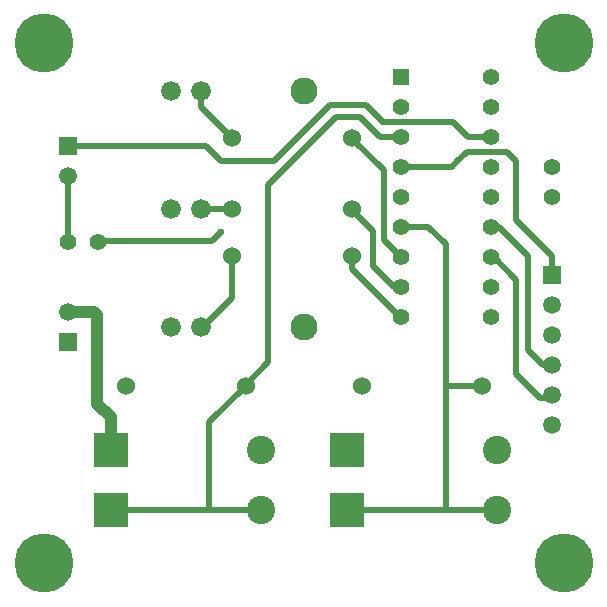
<source format=gtl>
G04 (created by PCBNEW (2013-07-07 BZR 4022)-stable) date 2015/03/10 23:26:39*
%MOIN*%
G04 Gerber Fmt 3.4, Leading zero omitted, Abs format*
%FSLAX34Y34*%
G01*
G70*
G90*
G04 APERTURE LIST*
%ADD10C,0.00629921*%
%ADD11C,0.09*%
%ADD12C,0.066*%
%ADD13C,0.0944882*%
%ADD14R,0.11811X0.11811*%
%ADD15C,0.19685*%
%ADD16R,0.055X0.055*%
%ADD17C,0.055*%
%ADD18C,0.06*%
%ADD19R,0.0590551X0.0590551*%
%ADD20C,0.0590551*%
%ADD21C,0.023622*%
%ADD22C,0.0393701*%
%ADD23C,0.019685*%
G04 APERTURE END LIST*
G54D10*
G54D11*
X49212Y-22440D03*
X49212Y-30314D03*
G54D12*
X45775Y-30314D03*
X44775Y-30314D03*
X45775Y-26377D03*
X44775Y-26377D03*
X45775Y-22440D03*
X44775Y-22440D03*
G54D13*
X55649Y-34433D03*
X55649Y-36433D03*
G54D14*
X50649Y-34433D03*
X50649Y-36433D03*
G54D13*
X47775Y-34433D03*
X47775Y-36433D03*
G54D14*
X42775Y-34433D03*
X42775Y-36433D03*
G54D15*
X40551Y-38188D03*
X57874Y-38188D03*
X40551Y-20866D03*
X57874Y-20866D03*
G54D16*
X52437Y-21984D03*
G54D17*
X52437Y-22984D03*
X52437Y-23984D03*
X52437Y-24984D03*
X52437Y-25984D03*
X52437Y-26984D03*
X52437Y-27984D03*
X52437Y-28984D03*
X52437Y-29984D03*
X55437Y-29984D03*
X55437Y-28984D03*
X55437Y-27984D03*
X55437Y-26984D03*
X55437Y-25984D03*
X55437Y-24984D03*
X55437Y-23984D03*
X55437Y-22984D03*
X55437Y-21984D03*
G54D18*
X47275Y-32283D03*
X43275Y-32283D03*
X55149Y-32283D03*
X51149Y-32283D03*
X50818Y-27952D03*
X46818Y-27952D03*
X50818Y-26377D03*
X46818Y-26377D03*
X50818Y-24015D03*
X46818Y-24015D03*
G54D17*
X57480Y-24992D03*
X57480Y-25992D03*
X41350Y-27480D03*
X42350Y-27480D03*
G54D19*
X57480Y-28602D03*
G54D20*
X57480Y-29602D03*
X57480Y-30602D03*
X57480Y-31602D03*
X57480Y-32602D03*
X57480Y-33602D03*
G54D19*
X41338Y-24303D03*
G54D20*
X41338Y-25303D03*
G54D19*
X41338Y-30814D03*
G54D20*
X41338Y-29814D03*
G54D21*
X46456Y-27165D03*
G54D22*
X41338Y-29814D02*
X42216Y-29814D01*
X42775Y-33326D02*
X42322Y-32874D01*
X42322Y-32874D02*
X42322Y-29921D01*
X42775Y-33326D02*
X42775Y-34433D01*
X42216Y-29814D02*
X42322Y-29921D01*
G54D23*
X46161Y-27460D02*
X46456Y-27165D01*
X42421Y-27460D02*
X42322Y-27559D01*
X45866Y-27460D02*
X42421Y-27460D01*
X45866Y-27460D02*
X46161Y-27460D01*
X53070Y-23484D02*
X54192Y-23484D01*
X54692Y-23984D02*
X54330Y-23622D01*
X54692Y-23984D02*
X55437Y-23984D01*
X54192Y-23484D02*
X54330Y-23622D01*
X51279Y-22933D02*
X51811Y-23464D01*
X53070Y-23484D02*
X53051Y-23484D01*
X51830Y-23484D02*
X53070Y-23484D01*
X51811Y-23464D02*
X51830Y-23484D01*
X41338Y-24303D02*
X45956Y-24303D01*
X50098Y-22933D02*
X51279Y-22933D01*
X48228Y-24803D02*
X50098Y-22933D01*
X46456Y-24803D02*
X48228Y-24803D01*
X45956Y-24303D02*
X46456Y-24803D01*
X50818Y-24015D02*
X50818Y-24047D01*
X51870Y-27417D02*
X52437Y-27984D01*
X51870Y-25098D02*
X51870Y-27417D01*
X50818Y-24047D02*
X51870Y-25098D01*
X45775Y-22440D02*
X45775Y-22972D01*
X45775Y-22972D02*
X46818Y-24015D01*
X50818Y-26377D02*
X50818Y-26437D01*
X51507Y-28279D02*
X52212Y-28984D01*
X52212Y-28984D02*
X52437Y-28984D01*
X51507Y-27125D02*
X51507Y-28279D01*
X50818Y-26437D02*
X51507Y-27125D01*
X41338Y-25303D02*
X41338Y-27468D01*
X41338Y-27468D02*
X41350Y-27480D01*
X45775Y-26377D02*
X46818Y-26377D01*
X46818Y-29362D02*
X46818Y-27952D01*
X45866Y-30314D02*
X46818Y-29362D01*
X45775Y-30314D02*
X45866Y-30314D01*
X55149Y-32283D02*
X53937Y-32283D01*
X53937Y-31070D02*
X53937Y-32283D01*
X53937Y-32283D02*
X53937Y-36433D01*
X53937Y-36433D02*
X53937Y-36417D01*
X53937Y-36417D02*
X53937Y-36433D01*
X50649Y-36433D02*
X53937Y-36433D01*
X53937Y-36433D02*
X55649Y-36433D01*
X52437Y-26984D02*
X53362Y-26984D01*
X53937Y-27559D02*
X53937Y-31070D01*
X53362Y-26984D02*
X53937Y-27559D01*
X56889Y-32480D02*
X57086Y-32677D01*
X57086Y-32677D02*
X57405Y-32677D01*
X57405Y-32677D02*
X57480Y-32602D01*
X56299Y-28740D02*
X56299Y-31889D01*
X55543Y-27984D02*
X56299Y-28740D01*
X56299Y-31889D02*
X56889Y-32480D01*
X55437Y-27984D02*
X55543Y-27984D01*
X54330Y-24803D02*
X54625Y-24507D01*
X54149Y-24984D02*
X54330Y-24803D01*
X52437Y-24984D02*
X54149Y-24984D01*
X57480Y-27952D02*
X56299Y-26771D01*
X56299Y-26771D02*
X56299Y-24803D01*
X57480Y-27952D02*
X57480Y-28602D01*
X55984Y-24488D02*
X56299Y-24803D01*
X54645Y-24488D02*
X55984Y-24488D01*
X54625Y-24507D02*
X54645Y-24488D01*
X52437Y-29984D02*
X52425Y-29984D01*
X50818Y-28377D02*
X50818Y-27952D01*
X52425Y-29984D02*
X50818Y-28377D01*
X52437Y-23984D02*
X51740Y-23984D01*
X47275Y-32251D02*
X47275Y-32283D01*
X48031Y-31496D02*
X48031Y-25590D01*
X47275Y-32251D02*
X48031Y-31496D01*
X50196Y-23425D02*
X48031Y-25590D01*
X50295Y-23326D02*
X50196Y-23425D01*
X51082Y-23326D02*
X50295Y-23326D01*
X51740Y-23984D02*
X51082Y-23326D01*
X46062Y-36433D02*
X46062Y-33496D01*
X46062Y-33496D02*
X47275Y-32283D01*
X42775Y-36433D02*
X46062Y-36433D01*
X46062Y-36433D02*
X47775Y-36433D01*
X55724Y-26984D02*
X56692Y-27952D01*
X56692Y-27952D02*
X56692Y-31102D01*
X56692Y-31102D02*
X57192Y-31602D01*
X57480Y-31602D02*
X57192Y-31602D01*
X55437Y-26984D02*
X55724Y-26984D01*
M02*

</source>
